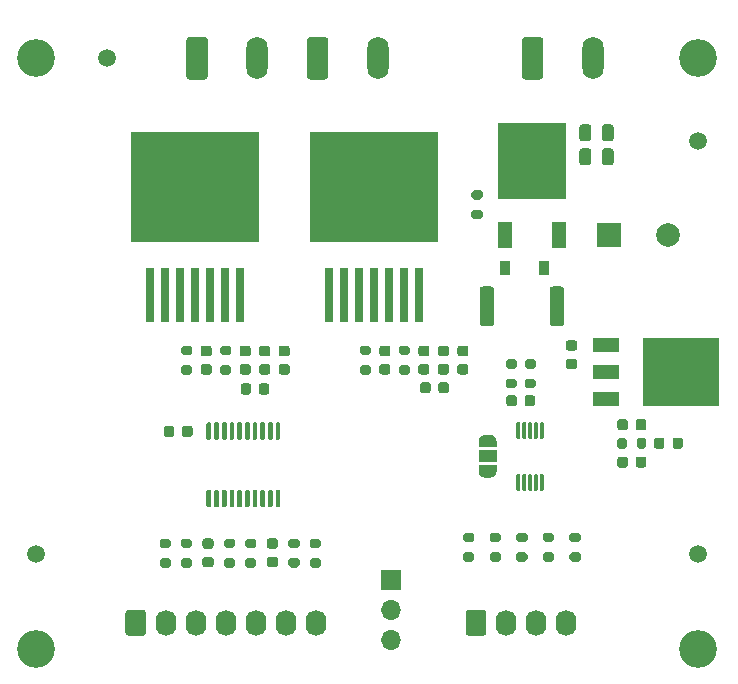
<source format=gbr>
%TF.GenerationSoftware,KiCad,Pcbnew,5.1.8-db9833491~87~ubuntu20.04.1*%
%TF.CreationDate,2020-11-15T00:24:13-03:00*%
%TF.ProjectId,dc_motor,64635f6d-6f74-46f7-922e-6b696361645f,Rev: 1.0*%
%TF.SameCoordinates,PX2dc6c00PY6cb8080*%
%TF.FileFunction,Soldermask,Top*%
%TF.FilePolarity,Negative*%
%FSLAX46Y46*%
G04 Gerber Fmt 4.6, Leading zero omitted, Abs format (unit mm)*
G04 Created by KiCad (PCBNEW 5.1.8-db9833491~87~ubuntu20.04.1) date 2020-11-15 00:24:13*
%MOMM*%
%LPD*%
G01*
G04 APERTURE LIST*
%ADD10O,1.800000X3.600000*%
%ADD11O,1.740000X2.190000*%
%ADD12R,0.800000X4.600000*%
%ADD13R,10.800000X9.400000*%
%ADD14R,2.200000X1.200000*%
%ADD15R,6.400000X5.800000*%
%ADD16R,1.200000X2.200000*%
%ADD17R,5.800000X6.400000*%
%ADD18O,1.700000X1.700000*%
%ADD19R,1.700000X1.700000*%
%ADD20R,1.500000X1.000000*%
%ADD21C,0.100000*%
%ADD22C,3.200000*%
%ADD23C,1.500000*%
%ADD24R,0.900000X1.200000*%
%ADD25C,2.000000*%
%ADD26R,2.000000X2.000000*%
G04 APERTURE END LIST*
D10*
%TO.C,J5*%
X38880000Y56000000D03*
G36*
G01*
X32900000Y54450000D02*
X32900000Y57550000D01*
G75*
G02*
X33150000Y57800000I250000J0D01*
G01*
X34450000Y57800000D01*
G75*
G02*
X34700000Y57550000I0J-250000D01*
G01*
X34700000Y54450000D01*
G75*
G02*
X34450000Y54200000I-250000J0D01*
G01*
X33150000Y54200000D01*
G75*
G02*
X32900000Y54450000I0J250000D01*
G01*
G37*
%TD*%
%TO.C,J2*%
X28680000Y56000000D03*
G36*
G01*
X22700000Y54450000D02*
X22700000Y57550000D01*
G75*
G02*
X22950000Y57800000I250000J0D01*
G01*
X24250000Y57800000D01*
G75*
G02*
X24500000Y57550000I0J-250000D01*
G01*
X24500000Y54450000D01*
G75*
G02*
X24250000Y54200000I-250000J0D01*
G01*
X22950000Y54200000D01*
G75*
G02*
X22700000Y54450000I0J250000D01*
G01*
G37*
%TD*%
%TO.C,J1*%
X57080000Y56000000D03*
G36*
G01*
X51100000Y54450000D02*
X51100000Y57550000D01*
G75*
G02*
X51350000Y57800000I250000J0D01*
G01*
X52650000Y57800000D01*
G75*
G02*
X52900000Y57550000I0J-250000D01*
G01*
X52900000Y54450000D01*
G75*
G02*
X52650000Y54200000I-250000J0D01*
G01*
X51350000Y54200000D01*
G75*
G02*
X51100000Y54450000I0J250000D01*
G01*
G37*
%TD*%
D11*
%TO.C,J3*%
X54829000Y8200000D03*
X52289000Y8200000D03*
X49749000Y8200000D03*
G36*
G01*
X46339000Y7354999D02*
X46339000Y9045001D01*
G75*
G02*
X46588999Y9295000I249999J0D01*
G01*
X47829001Y9295000D01*
G75*
G02*
X48079000Y9045001I0J-249999D01*
G01*
X48079000Y7354999D01*
G75*
G02*
X47829001Y7105000I-249999J0D01*
G01*
X46588999Y7105000D01*
G75*
G02*
X46339000Y7354999I0J249999D01*
G01*
G37*
%TD*%
D12*
%TO.C,Q2*%
X19590000Y35925000D03*
X20860000Y35925000D03*
X22130000Y35925000D03*
X23400000Y35925000D03*
X24670000Y35925000D03*
X25940000Y35925000D03*
X27210000Y35925000D03*
D13*
X23400000Y45075000D03*
%TD*%
%TO.C,R19*%
G36*
G01*
X22445000Y30007000D02*
X22995000Y30007000D01*
G75*
G02*
X23195000Y29807000I0J-200000D01*
G01*
X23195000Y29407000D01*
G75*
G02*
X22995000Y29207000I-200000J0D01*
G01*
X22445000Y29207000D01*
G75*
G02*
X22245000Y29407000I0J200000D01*
G01*
X22245000Y29807000D01*
G75*
G02*
X22445000Y30007000I200000J0D01*
G01*
G37*
G36*
G01*
X22445000Y31657000D02*
X22995000Y31657000D01*
G75*
G02*
X23195000Y31457000I0J-200000D01*
G01*
X23195000Y31057000D01*
G75*
G02*
X22995000Y30857000I-200000J0D01*
G01*
X22445000Y30857000D01*
G75*
G02*
X22245000Y31057000I0J200000D01*
G01*
X22245000Y31457000D01*
G75*
G02*
X22445000Y31657000I200000J0D01*
G01*
G37*
%TD*%
%TO.C,R11*%
G36*
G01*
X28420712Y14525000D02*
X27870712Y14525000D01*
G75*
G02*
X27670712Y14725000I0J200000D01*
G01*
X27670712Y15125000D01*
G75*
G02*
X27870712Y15325000I200000J0D01*
G01*
X28420712Y15325000D01*
G75*
G02*
X28620712Y15125000I0J-200000D01*
G01*
X28620712Y14725000D01*
G75*
G02*
X28420712Y14525000I-200000J0D01*
G01*
G37*
G36*
G01*
X28420712Y12875000D02*
X27870712Y12875000D01*
G75*
G02*
X27670712Y13075000I0J200000D01*
G01*
X27670712Y13475000D01*
G75*
G02*
X27870712Y13675000I200000J0D01*
G01*
X28420712Y13675000D01*
G75*
G02*
X28620712Y13475000I0J-200000D01*
G01*
X28620712Y13075000D01*
G75*
G02*
X28420712Y12875000I-200000J0D01*
G01*
G37*
%TD*%
D14*
%TO.C,U1*%
X58234000Y31698000D03*
X58234000Y29418000D03*
X58234000Y27138000D03*
D15*
X64534000Y29418000D03*
%TD*%
%TO.C,R4*%
G36*
G01*
X59975000Y23675000D02*
X59975000Y23125000D01*
G75*
G02*
X59775000Y22925000I-200000J0D01*
G01*
X59375000Y22925000D01*
G75*
G02*
X59175000Y23125000I0J200000D01*
G01*
X59175000Y23675000D01*
G75*
G02*
X59375000Y23875000I200000J0D01*
G01*
X59775000Y23875000D01*
G75*
G02*
X59975000Y23675000I0J-200000D01*
G01*
G37*
G36*
G01*
X61625000Y23675000D02*
X61625000Y23125000D01*
G75*
G02*
X61425000Y22925000I-200000J0D01*
G01*
X61025000Y22925000D01*
G75*
G02*
X60825000Y23125000I0J200000D01*
G01*
X60825000Y23675000D01*
G75*
G02*
X61025000Y23875000I200000J0D01*
G01*
X61425000Y23875000D01*
G75*
G02*
X61625000Y23675000I0J-200000D01*
G01*
G37*
%TD*%
%TO.C,D2*%
G36*
G01*
X63150000Y23656250D02*
X63150000Y23143750D01*
G75*
G02*
X62931250Y22925000I-218750J0D01*
G01*
X62493750Y22925000D01*
G75*
G02*
X62275000Y23143750I0J218750D01*
G01*
X62275000Y23656250D01*
G75*
G02*
X62493750Y23875000I218750J0D01*
G01*
X62931250Y23875000D01*
G75*
G02*
X63150000Y23656250I0J-218750D01*
G01*
G37*
G36*
G01*
X64725000Y23656250D02*
X64725000Y23143750D01*
G75*
G02*
X64506250Y22925000I-218750J0D01*
G01*
X64068750Y22925000D01*
G75*
G02*
X63850000Y23143750I0J218750D01*
G01*
X63850000Y23656250D01*
G75*
G02*
X64068750Y23875000I218750J0D01*
G01*
X64506250Y23875000D01*
G75*
G02*
X64725000Y23656250I0J-218750D01*
G01*
G37*
%TD*%
%TO.C,C6*%
G36*
G01*
X60730000Y24723000D02*
X60730000Y25223000D01*
G75*
G02*
X60955000Y25448000I225000J0D01*
G01*
X61405000Y25448000D01*
G75*
G02*
X61630000Y25223000I0J-225000D01*
G01*
X61630000Y24723000D01*
G75*
G02*
X61405000Y24498000I-225000J0D01*
G01*
X60955000Y24498000D01*
G75*
G02*
X60730000Y24723000I0J225000D01*
G01*
G37*
G36*
G01*
X59180000Y24723000D02*
X59180000Y25223000D01*
G75*
G02*
X59405000Y25448000I225000J0D01*
G01*
X59855000Y25448000D01*
G75*
G02*
X60080000Y25223000I0J-225000D01*
G01*
X60080000Y24723000D01*
G75*
G02*
X59855000Y24498000I-225000J0D01*
G01*
X59405000Y24498000D01*
G75*
G02*
X59180000Y24723000I0J225000D01*
G01*
G37*
%TD*%
%TO.C,C3*%
G36*
G01*
X55050000Y30575000D02*
X55550000Y30575000D01*
G75*
G02*
X55775000Y30350000I0J-225000D01*
G01*
X55775000Y29900000D01*
G75*
G02*
X55550000Y29675000I-225000J0D01*
G01*
X55050000Y29675000D01*
G75*
G02*
X54825000Y29900000I0J225000D01*
G01*
X54825000Y30350000D01*
G75*
G02*
X55050000Y30575000I225000J0D01*
G01*
G37*
G36*
G01*
X55050000Y32125000D02*
X55550000Y32125000D01*
G75*
G02*
X55775000Y31900000I0J-225000D01*
G01*
X55775000Y31450000D01*
G75*
G02*
X55550000Y31225000I-225000J0D01*
G01*
X55050000Y31225000D01*
G75*
G02*
X54825000Y31450000I0J225000D01*
G01*
X54825000Y31900000D01*
G75*
G02*
X55050000Y32125000I225000J0D01*
G01*
G37*
%TD*%
%TO.C,U3*%
G36*
G01*
X24693000Y23698000D02*
X24493000Y23698000D01*
G75*
G02*
X24393000Y23798000I0J100000D01*
G01*
X24393000Y25073000D01*
G75*
G02*
X24493000Y25173000I100000J0D01*
G01*
X24693000Y25173000D01*
G75*
G02*
X24793000Y25073000I0J-100000D01*
G01*
X24793000Y23798000D01*
G75*
G02*
X24693000Y23698000I-100000J0D01*
G01*
G37*
G36*
G01*
X25343000Y23698000D02*
X25143000Y23698000D01*
G75*
G02*
X25043000Y23798000I0J100000D01*
G01*
X25043000Y25073000D01*
G75*
G02*
X25143000Y25173000I100000J0D01*
G01*
X25343000Y25173000D01*
G75*
G02*
X25443000Y25073000I0J-100000D01*
G01*
X25443000Y23798000D01*
G75*
G02*
X25343000Y23698000I-100000J0D01*
G01*
G37*
G36*
G01*
X25993000Y23698000D02*
X25793000Y23698000D01*
G75*
G02*
X25693000Y23798000I0J100000D01*
G01*
X25693000Y25073000D01*
G75*
G02*
X25793000Y25173000I100000J0D01*
G01*
X25993000Y25173000D01*
G75*
G02*
X26093000Y25073000I0J-100000D01*
G01*
X26093000Y23798000D01*
G75*
G02*
X25993000Y23698000I-100000J0D01*
G01*
G37*
G36*
G01*
X26643000Y23698000D02*
X26443000Y23698000D01*
G75*
G02*
X26343000Y23798000I0J100000D01*
G01*
X26343000Y25073000D01*
G75*
G02*
X26443000Y25173000I100000J0D01*
G01*
X26643000Y25173000D01*
G75*
G02*
X26743000Y25073000I0J-100000D01*
G01*
X26743000Y23798000D01*
G75*
G02*
X26643000Y23698000I-100000J0D01*
G01*
G37*
G36*
G01*
X27293000Y23698000D02*
X27093000Y23698000D01*
G75*
G02*
X26993000Y23798000I0J100000D01*
G01*
X26993000Y25073000D01*
G75*
G02*
X27093000Y25173000I100000J0D01*
G01*
X27293000Y25173000D01*
G75*
G02*
X27393000Y25073000I0J-100000D01*
G01*
X27393000Y23798000D01*
G75*
G02*
X27293000Y23698000I-100000J0D01*
G01*
G37*
G36*
G01*
X27943000Y23698000D02*
X27743000Y23698000D01*
G75*
G02*
X27643000Y23798000I0J100000D01*
G01*
X27643000Y25073000D01*
G75*
G02*
X27743000Y25173000I100000J0D01*
G01*
X27943000Y25173000D01*
G75*
G02*
X28043000Y25073000I0J-100000D01*
G01*
X28043000Y23798000D01*
G75*
G02*
X27943000Y23698000I-100000J0D01*
G01*
G37*
G36*
G01*
X28593000Y23698000D02*
X28393000Y23698000D01*
G75*
G02*
X28293000Y23798000I0J100000D01*
G01*
X28293000Y25073000D01*
G75*
G02*
X28393000Y25173000I100000J0D01*
G01*
X28593000Y25173000D01*
G75*
G02*
X28693000Y25073000I0J-100000D01*
G01*
X28693000Y23798000D01*
G75*
G02*
X28593000Y23698000I-100000J0D01*
G01*
G37*
G36*
G01*
X29243000Y23698000D02*
X29043000Y23698000D01*
G75*
G02*
X28943000Y23798000I0J100000D01*
G01*
X28943000Y25073000D01*
G75*
G02*
X29043000Y25173000I100000J0D01*
G01*
X29243000Y25173000D01*
G75*
G02*
X29343000Y25073000I0J-100000D01*
G01*
X29343000Y23798000D01*
G75*
G02*
X29243000Y23698000I-100000J0D01*
G01*
G37*
G36*
G01*
X29893000Y23698000D02*
X29693000Y23698000D01*
G75*
G02*
X29593000Y23798000I0J100000D01*
G01*
X29593000Y25073000D01*
G75*
G02*
X29693000Y25173000I100000J0D01*
G01*
X29893000Y25173000D01*
G75*
G02*
X29993000Y25073000I0J-100000D01*
G01*
X29993000Y23798000D01*
G75*
G02*
X29893000Y23698000I-100000J0D01*
G01*
G37*
G36*
G01*
X30543000Y23698000D02*
X30343000Y23698000D01*
G75*
G02*
X30243000Y23798000I0J100000D01*
G01*
X30243000Y25073000D01*
G75*
G02*
X30343000Y25173000I100000J0D01*
G01*
X30543000Y25173000D01*
G75*
G02*
X30643000Y25073000I0J-100000D01*
G01*
X30643000Y23798000D01*
G75*
G02*
X30543000Y23698000I-100000J0D01*
G01*
G37*
G36*
G01*
X30543000Y17973000D02*
X30343000Y17973000D01*
G75*
G02*
X30243000Y18073000I0J100000D01*
G01*
X30243000Y19348000D01*
G75*
G02*
X30343000Y19448000I100000J0D01*
G01*
X30543000Y19448000D01*
G75*
G02*
X30643000Y19348000I0J-100000D01*
G01*
X30643000Y18073000D01*
G75*
G02*
X30543000Y17973000I-100000J0D01*
G01*
G37*
G36*
G01*
X29893000Y17973000D02*
X29693000Y17973000D01*
G75*
G02*
X29593000Y18073000I0J100000D01*
G01*
X29593000Y19348000D01*
G75*
G02*
X29693000Y19448000I100000J0D01*
G01*
X29893000Y19448000D01*
G75*
G02*
X29993000Y19348000I0J-100000D01*
G01*
X29993000Y18073000D01*
G75*
G02*
X29893000Y17973000I-100000J0D01*
G01*
G37*
G36*
G01*
X29243000Y17973000D02*
X29043000Y17973000D01*
G75*
G02*
X28943000Y18073000I0J100000D01*
G01*
X28943000Y19348000D01*
G75*
G02*
X29043000Y19448000I100000J0D01*
G01*
X29243000Y19448000D01*
G75*
G02*
X29343000Y19348000I0J-100000D01*
G01*
X29343000Y18073000D01*
G75*
G02*
X29243000Y17973000I-100000J0D01*
G01*
G37*
G36*
G01*
X28593000Y17973000D02*
X28393000Y17973000D01*
G75*
G02*
X28293000Y18073000I0J100000D01*
G01*
X28293000Y19348000D01*
G75*
G02*
X28393000Y19448000I100000J0D01*
G01*
X28593000Y19448000D01*
G75*
G02*
X28693000Y19348000I0J-100000D01*
G01*
X28693000Y18073000D01*
G75*
G02*
X28593000Y17973000I-100000J0D01*
G01*
G37*
G36*
G01*
X27943000Y17973000D02*
X27743000Y17973000D01*
G75*
G02*
X27643000Y18073000I0J100000D01*
G01*
X27643000Y19348000D01*
G75*
G02*
X27743000Y19448000I100000J0D01*
G01*
X27943000Y19448000D01*
G75*
G02*
X28043000Y19348000I0J-100000D01*
G01*
X28043000Y18073000D01*
G75*
G02*
X27943000Y17973000I-100000J0D01*
G01*
G37*
G36*
G01*
X27293000Y17973000D02*
X27093000Y17973000D01*
G75*
G02*
X26993000Y18073000I0J100000D01*
G01*
X26993000Y19348000D01*
G75*
G02*
X27093000Y19448000I100000J0D01*
G01*
X27293000Y19448000D01*
G75*
G02*
X27393000Y19348000I0J-100000D01*
G01*
X27393000Y18073000D01*
G75*
G02*
X27293000Y17973000I-100000J0D01*
G01*
G37*
G36*
G01*
X26643000Y17973000D02*
X26443000Y17973000D01*
G75*
G02*
X26343000Y18073000I0J100000D01*
G01*
X26343000Y19348000D01*
G75*
G02*
X26443000Y19448000I100000J0D01*
G01*
X26643000Y19448000D01*
G75*
G02*
X26743000Y19348000I0J-100000D01*
G01*
X26743000Y18073000D01*
G75*
G02*
X26643000Y17973000I-100000J0D01*
G01*
G37*
G36*
G01*
X25993000Y17973000D02*
X25793000Y17973000D01*
G75*
G02*
X25693000Y18073000I0J100000D01*
G01*
X25693000Y19348000D01*
G75*
G02*
X25793000Y19448000I100000J0D01*
G01*
X25993000Y19448000D01*
G75*
G02*
X26093000Y19348000I0J-100000D01*
G01*
X26093000Y18073000D01*
G75*
G02*
X25993000Y17973000I-100000J0D01*
G01*
G37*
G36*
G01*
X25343000Y17973000D02*
X25143000Y17973000D01*
G75*
G02*
X25043000Y18073000I0J100000D01*
G01*
X25043000Y19348000D01*
G75*
G02*
X25143000Y19448000I100000J0D01*
G01*
X25343000Y19448000D01*
G75*
G02*
X25443000Y19348000I0J-100000D01*
G01*
X25443000Y18073000D01*
G75*
G02*
X25343000Y17973000I-100000J0D01*
G01*
G37*
G36*
G01*
X24693000Y17973000D02*
X24493000Y17973000D01*
G75*
G02*
X24393000Y18073000I0J100000D01*
G01*
X24393000Y19348000D01*
G75*
G02*
X24493000Y19448000I100000J0D01*
G01*
X24693000Y19448000D01*
G75*
G02*
X24793000Y19348000I0J-100000D01*
G01*
X24793000Y18073000D01*
G75*
G02*
X24693000Y17973000I-100000J0D01*
G01*
G37*
%TD*%
%TO.C,U2*%
G36*
G01*
X50864000Y23750000D02*
X50714000Y23750000D01*
G75*
G02*
X50639000Y23825000I0J75000D01*
G01*
X50639000Y25125000D01*
G75*
G02*
X50714000Y25200000I75000J0D01*
G01*
X50864000Y25200000D01*
G75*
G02*
X50939000Y25125000I0J-75000D01*
G01*
X50939000Y23825000D01*
G75*
G02*
X50864000Y23750000I-75000J0D01*
G01*
G37*
G36*
G01*
X51364000Y23750000D02*
X51214000Y23750000D01*
G75*
G02*
X51139000Y23825000I0J75000D01*
G01*
X51139000Y25125000D01*
G75*
G02*
X51214000Y25200000I75000J0D01*
G01*
X51364000Y25200000D01*
G75*
G02*
X51439000Y25125000I0J-75000D01*
G01*
X51439000Y23825000D01*
G75*
G02*
X51364000Y23750000I-75000J0D01*
G01*
G37*
G36*
G01*
X51864000Y23750000D02*
X51714000Y23750000D01*
G75*
G02*
X51639000Y23825000I0J75000D01*
G01*
X51639000Y25125000D01*
G75*
G02*
X51714000Y25200000I75000J0D01*
G01*
X51864000Y25200000D01*
G75*
G02*
X51939000Y25125000I0J-75000D01*
G01*
X51939000Y23825000D01*
G75*
G02*
X51864000Y23750000I-75000J0D01*
G01*
G37*
G36*
G01*
X52364000Y23750000D02*
X52214000Y23750000D01*
G75*
G02*
X52139000Y23825000I0J75000D01*
G01*
X52139000Y25125000D01*
G75*
G02*
X52214000Y25200000I75000J0D01*
G01*
X52364000Y25200000D01*
G75*
G02*
X52439000Y25125000I0J-75000D01*
G01*
X52439000Y23825000D01*
G75*
G02*
X52364000Y23750000I-75000J0D01*
G01*
G37*
G36*
G01*
X52864000Y23750000D02*
X52714000Y23750000D01*
G75*
G02*
X52639000Y23825000I0J75000D01*
G01*
X52639000Y25125000D01*
G75*
G02*
X52714000Y25200000I75000J0D01*
G01*
X52864000Y25200000D01*
G75*
G02*
X52939000Y25125000I0J-75000D01*
G01*
X52939000Y23825000D01*
G75*
G02*
X52864000Y23750000I-75000J0D01*
G01*
G37*
G36*
G01*
X52864000Y19350000D02*
X52714000Y19350000D01*
G75*
G02*
X52639000Y19425000I0J75000D01*
G01*
X52639000Y20725000D01*
G75*
G02*
X52714000Y20800000I75000J0D01*
G01*
X52864000Y20800000D01*
G75*
G02*
X52939000Y20725000I0J-75000D01*
G01*
X52939000Y19425000D01*
G75*
G02*
X52864000Y19350000I-75000J0D01*
G01*
G37*
G36*
G01*
X52364000Y19350000D02*
X52214000Y19350000D01*
G75*
G02*
X52139000Y19425000I0J75000D01*
G01*
X52139000Y20725000D01*
G75*
G02*
X52214000Y20800000I75000J0D01*
G01*
X52364000Y20800000D01*
G75*
G02*
X52439000Y20725000I0J-75000D01*
G01*
X52439000Y19425000D01*
G75*
G02*
X52364000Y19350000I-75000J0D01*
G01*
G37*
G36*
G01*
X51864000Y19350000D02*
X51714000Y19350000D01*
G75*
G02*
X51639000Y19425000I0J75000D01*
G01*
X51639000Y20725000D01*
G75*
G02*
X51714000Y20800000I75000J0D01*
G01*
X51864000Y20800000D01*
G75*
G02*
X51939000Y20725000I0J-75000D01*
G01*
X51939000Y19425000D01*
G75*
G02*
X51864000Y19350000I-75000J0D01*
G01*
G37*
G36*
G01*
X51364000Y19350000D02*
X51214000Y19350000D01*
G75*
G02*
X51139000Y19425000I0J75000D01*
G01*
X51139000Y20725000D01*
G75*
G02*
X51214000Y20800000I75000J0D01*
G01*
X51364000Y20800000D01*
G75*
G02*
X51439000Y20725000I0J-75000D01*
G01*
X51439000Y19425000D01*
G75*
G02*
X51364000Y19350000I-75000J0D01*
G01*
G37*
G36*
G01*
X50864000Y19350000D02*
X50714000Y19350000D01*
G75*
G02*
X50639000Y19425000I0J75000D01*
G01*
X50639000Y20725000D01*
G75*
G02*
X50714000Y20800000I75000J0D01*
G01*
X50864000Y20800000D01*
G75*
G02*
X50939000Y20725000I0J-75000D01*
G01*
X50939000Y19425000D01*
G75*
G02*
X50864000Y19350000I-75000J0D01*
G01*
G37*
%TD*%
%TO.C,R20*%
G36*
G01*
X37572000Y30015000D02*
X38122000Y30015000D01*
G75*
G02*
X38322000Y29815000I0J-200000D01*
G01*
X38322000Y29415000D01*
G75*
G02*
X38122000Y29215000I-200000J0D01*
G01*
X37572000Y29215000D01*
G75*
G02*
X37372000Y29415000I0J200000D01*
G01*
X37372000Y29815000D01*
G75*
G02*
X37572000Y30015000I200000J0D01*
G01*
G37*
G36*
G01*
X37572000Y31665000D02*
X38122000Y31665000D01*
G75*
G02*
X38322000Y31465000I0J-200000D01*
G01*
X38322000Y31065000D01*
G75*
G02*
X38122000Y30865000I-200000J0D01*
G01*
X37572000Y30865000D01*
G75*
G02*
X37372000Y31065000I0J200000D01*
G01*
X37372000Y31465000D01*
G75*
G02*
X37572000Y31665000I200000J0D01*
G01*
G37*
%TD*%
%TO.C,R18*%
G36*
G01*
X40874000Y30015000D02*
X41424000Y30015000D01*
G75*
G02*
X41624000Y29815000I0J-200000D01*
G01*
X41624000Y29415000D01*
G75*
G02*
X41424000Y29215000I-200000J0D01*
G01*
X40874000Y29215000D01*
G75*
G02*
X40674000Y29415000I0J200000D01*
G01*
X40674000Y29815000D01*
G75*
G02*
X40874000Y30015000I200000J0D01*
G01*
G37*
G36*
G01*
X40874000Y31665000D02*
X41424000Y31665000D01*
G75*
G02*
X41624000Y31465000I0J-200000D01*
G01*
X41624000Y31065000D01*
G75*
G02*
X41424000Y30865000I-200000J0D01*
G01*
X40874000Y30865000D01*
G75*
G02*
X40674000Y31065000I0J200000D01*
G01*
X40674000Y31465000D01*
G75*
G02*
X40874000Y31665000I200000J0D01*
G01*
G37*
%TD*%
%TO.C,R17*%
G36*
G01*
X25747000Y30007000D02*
X26297000Y30007000D01*
G75*
G02*
X26497000Y29807000I0J-200000D01*
G01*
X26497000Y29407000D01*
G75*
G02*
X26297000Y29207000I-200000J0D01*
G01*
X25747000Y29207000D01*
G75*
G02*
X25547000Y29407000I0J200000D01*
G01*
X25547000Y29807000D01*
G75*
G02*
X25747000Y30007000I200000J0D01*
G01*
G37*
G36*
G01*
X25747000Y31657000D02*
X26297000Y31657000D01*
G75*
G02*
X26497000Y31457000I0J-200000D01*
G01*
X26497000Y31057000D01*
G75*
G02*
X26297000Y30857000I-200000J0D01*
G01*
X25747000Y30857000D01*
G75*
G02*
X25547000Y31057000I0J200000D01*
G01*
X25547000Y31457000D01*
G75*
G02*
X25747000Y31657000I200000J0D01*
G01*
G37*
%TD*%
%TO.C,R16*%
G36*
G01*
X20625000Y13675000D02*
X21175000Y13675000D01*
G75*
G02*
X21375000Y13475000I0J-200000D01*
G01*
X21375000Y13075000D01*
G75*
G02*
X21175000Y12875000I-200000J0D01*
G01*
X20625000Y12875000D01*
G75*
G02*
X20425000Y13075000I0J200000D01*
G01*
X20425000Y13475000D01*
G75*
G02*
X20625000Y13675000I200000J0D01*
G01*
G37*
G36*
G01*
X20625000Y15325000D02*
X21175000Y15325000D01*
G75*
G02*
X21375000Y15125000I0J-200000D01*
G01*
X21375000Y14725000D01*
G75*
G02*
X21175000Y14525000I-200000J0D01*
G01*
X20625000Y14525000D01*
G75*
G02*
X20425000Y14725000I0J200000D01*
G01*
X20425000Y15125000D01*
G75*
G02*
X20625000Y15325000I200000J0D01*
G01*
G37*
%TD*%
%TO.C,R15*%
G36*
G01*
X26079284Y13675000D02*
X26629284Y13675000D01*
G75*
G02*
X26829284Y13475000I0J-200000D01*
G01*
X26829284Y13075000D01*
G75*
G02*
X26629284Y12875000I-200000J0D01*
G01*
X26079284Y12875000D01*
G75*
G02*
X25879284Y13075000I0J200000D01*
G01*
X25879284Y13475000D01*
G75*
G02*
X26079284Y13675000I200000J0D01*
G01*
G37*
G36*
G01*
X26079284Y15325000D02*
X26629284Y15325000D01*
G75*
G02*
X26829284Y15125000I0J-200000D01*
G01*
X26829284Y14725000D01*
G75*
G02*
X26629284Y14525000I-200000J0D01*
G01*
X26079284Y14525000D01*
G75*
G02*
X25879284Y14725000I0J200000D01*
G01*
X25879284Y15125000D01*
G75*
G02*
X26079284Y15325000I200000J0D01*
G01*
G37*
%TD*%
%TO.C,R14*%
G36*
G01*
X31533568Y13675000D02*
X32083568Y13675000D01*
G75*
G02*
X32283568Y13475000I0J-200000D01*
G01*
X32283568Y13075000D01*
G75*
G02*
X32083568Y12875000I-200000J0D01*
G01*
X31533568Y12875000D01*
G75*
G02*
X31333568Y13075000I0J200000D01*
G01*
X31333568Y13475000D01*
G75*
G02*
X31533568Y13675000I200000J0D01*
G01*
G37*
G36*
G01*
X31533568Y15325000D02*
X32083568Y15325000D01*
G75*
G02*
X32283568Y15125000I0J-200000D01*
G01*
X32283568Y14725000D01*
G75*
G02*
X32083568Y14525000I-200000J0D01*
G01*
X31533568Y14525000D01*
G75*
G02*
X31333568Y14725000I0J200000D01*
G01*
X31333568Y15125000D01*
G75*
G02*
X31533568Y15325000I200000J0D01*
G01*
G37*
%TD*%
%TO.C,R13*%
G36*
G01*
X33325000Y13675000D02*
X33875000Y13675000D01*
G75*
G02*
X34075000Y13475000I0J-200000D01*
G01*
X34075000Y13075000D01*
G75*
G02*
X33875000Y12875000I-200000J0D01*
G01*
X33325000Y12875000D01*
G75*
G02*
X33125000Y13075000I0J200000D01*
G01*
X33125000Y13475000D01*
G75*
G02*
X33325000Y13675000I200000J0D01*
G01*
G37*
G36*
G01*
X33325000Y15325000D02*
X33875000Y15325000D01*
G75*
G02*
X34075000Y15125000I0J-200000D01*
G01*
X34075000Y14725000D01*
G75*
G02*
X33875000Y14525000I-200000J0D01*
G01*
X33325000Y14525000D01*
G75*
G02*
X33125000Y14725000I0J200000D01*
G01*
X33125000Y15125000D01*
G75*
G02*
X33325000Y15325000I200000J0D01*
G01*
G37*
%TD*%
%TO.C,R12*%
G36*
G01*
X22966428Y14525000D02*
X22416428Y14525000D01*
G75*
G02*
X22216428Y14725000I0J200000D01*
G01*
X22216428Y15125000D01*
G75*
G02*
X22416428Y15325000I200000J0D01*
G01*
X22966428Y15325000D01*
G75*
G02*
X23166428Y15125000I0J-200000D01*
G01*
X23166428Y14725000D01*
G75*
G02*
X22966428Y14525000I-200000J0D01*
G01*
G37*
G36*
G01*
X22966428Y12875000D02*
X22416428Y12875000D01*
G75*
G02*
X22216428Y13075000I0J200000D01*
G01*
X22216428Y13475000D01*
G75*
G02*
X22416428Y13675000I200000J0D01*
G01*
X22966428Y13675000D01*
G75*
G02*
X23166428Y13475000I0J-200000D01*
G01*
X23166428Y13075000D01*
G75*
G02*
X22966428Y12875000I-200000J0D01*
G01*
G37*
%TD*%
%TO.C,R10*%
G36*
G01*
X46325000Y14175000D02*
X46875000Y14175000D01*
G75*
G02*
X47075000Y13975000I0J-200000D01*
G01*
X47075000Y13575000D01*
G75*
G02*
X46875000Y13375000I-200000J0D01*
G01*
X46325000Y13375000D01*
G75*
G02*
X46125000Y13575000I0J200000D01*
G01*
X46125000Y13975000D01*
G75*
G02*
X46325000Y14175000I200000J0D01*
G01*
G37*
G36*
G01*
X46325000Y15825000D02*
X46875000Y15825000D01*
G75*
G02*
X47075000Y15625000I0J-200000D01*
G01*
X47075000Y15225000D01*
G75*
G02*
X46875000Y15025000I-200000J0D01*
G01*
X46325000Y15025000D01*
G75*
G02*
X46125000Y15225000I0J200000D01*
G01*
X46125000Y15625000D01*
G75*
G02*
X46325000Y15825000I200000J0D01*
G01*
G37*
%TD*%
%TO.C,R9*%
G36*
G01*
X48575000Y14175000D02*
X49125000Y14175000D01*
G75*
G02*
X49325000Y13975000I0J-200000D01*
G01*
X49325000Y13575000D01*
G75*
G02*
X49125000Y13375000I-200000J0D01*
G01*
X48575000Y13375000D01*
G75*
G02*
X48375000Y13575000I0J200000D01*
G01*
X48375000Y13975000D01*
G75*
G02*
X48575000Y14175000I200000J0D01*
G01*
G37*
G36*
G01*
X48575000Y15825000D02*
X49125000Y15825000D01*
G75*
G02*
X49325000Y15625000I0J-200000D01*
G01*
X49325000Y15225000D01*
G75*
G02*
X49125000Y15025000I-200000J0D01*
G01*
X48575000Y15025000D01*
G75*
G02*
X48375000Y15225000I0J200000D01*
G01*
X48375000Y15625000D01*
G75*
G02*
X48575000Y15825000I200000J0D01*
G01*
G37*
%TD*%
%TO.C,R8*%
G36*
G01*
X52075000Y29725000D02*
X51525000Y29725000D01*
G75*
G02*
X51325000Y29925000I0J200000D01*
G01*
X51325000Y30325000D01*
G75*
G02*
X51525000Y30525000I200000J0D01*
G01*
X52075000Y30525000D01*
G75*
G02*
X52275000Y30325000I0J-200000D01*
G01*
X52275000Y29925000D01*
G75*
G02*
X52075000Y29725000I-200000J0D01*
G01*
G37*
G36*
G01*
X52075000Y28075000D02*
X51525000Y28075000D01*
G75*
G02*
X51325000Y28275000I0J200000D01*
G01*
X51325000Y28675000D01*
G75*
G02*
X51525000Y28875000I200000J0D01*
G01*
X52075000Y28875000D01*
G75*
G02*
X52275000Y28675000I0J-200000D01*
G01*
X52275000Y28275000D01*
G75*
G02*
X52075000Y28075000I-200000J0D01*
G01*
G37*
%TD*%
%TO.C,R7*%
G36*
G01*
X47575000Y44025000D02*
X47025000Y44025000D01*
G75*
G02*
X46825000Y44225000I0J200000D01*
G01*
X46825000Y44625000D01*
G75*
G02*
X47025000Y44825000I200000J0D01*
G01*
X47575000Y44825000D01*
G75*
G02*
X47775000Y44625000I0J-200000D01*
G01*
X47775000Y44225000D01*
G75*
G02*
X47575000Y44025000I-200000J0D01*
G01*
G37*
G36*
G01*
X47575000Y42375000D02*
X47025000Y42375000D01*
G75*
G02*
X46825000Y42575000I0J200000D01*
G01*
X46825000Y42975000D01*
G75*
G02*
X47025000Y43175000I200000J0D01*
G01*
X47575000Y43175000D01*
G75*
G02*
X47775000Y42975000I0J-200000D01*
G01*
X47775000Y42575000D01*
G75*
G02*
X47575000Y42375000I-200000J0D01*
G01*
G37*
%TD*%
%TO.C,R6*%
G36*
G01*
X53450000Y33574999D02*
X53450000Y36425001D01*
G75*
G02*
X53699999Y36675000I249999J0D01*
G01*
X54425001Y36675000D01*
G75*
G02*
X54675000Y36425001I0J-249999D01*
G01*
X54675000Y33574999D01*
G75*
G02*
X54425001Y33325000I-249999J0D01*
G01*
X53699999Y33325000D01*
G75*
G02*
X53450000Y33574999I0J249999D01*
G01*
G37*
G36*
G01*
X47525000Y33574999D02*
X47525000Y36425001D01*
G75*
G02*
X47774999Y36675000I249999J0D01*
G01*
X48500001Y36675000D01*
G75*
G02*
X48750000Y36425001I0J-249999D01*
G01*
X48750000Y33574999D01*
G75*
G02*
X48500001Y33325000I-249999J0D01*
G01*
X47774999Y33325000D01*
G75*
G02*
X47525000Y33574999I0J249999D01*
G01*
G37*
%TD*%
%TO.C,R5*%
G36*
G01*
X50475000Y29725000D02*
X49925000Y29725000D01*
G75*
G02*
X49725000Y29925000I0J200000D01*
G01*
X49725000Y30325000D01*
G75*
G02*
X49925000Y30525000I200000J0D01*
G01*
X50475000Y30525000D01*
G75*
G02*
X50675000Y30325000I0J-200000D01*
G01*
X50675000Y29925000D01*
G75*
G02*
X50475000Y29725000I-200000J0D01*
G01*
G37*
G36*
G01*
X50475000Y28075000D02*
X49925000Y28075000D01*
G75*
G02*
X49725000Y28275000I0J200000D01*
G01*
X49725000Y28675000D01*
G75*
G02*
X49925000Y28875000I200000J0D01*
G01*
X50475000Y28875000D01*
G75*
G02*
X50675000Y28675000I0J-200000D01*
G01*
X50675000Y28275000D01*
G75*
G02*
X50475000Y28075000I-200000J0D01*
G01*
G37*
%TD*%
%TO.C,R3*%
G36*
G01*
X51375000Y15025000D02*
X50825000Y15025000D01*
G75*
G02*
X50625000Y15225000I0J200000D01*
G01*
X50625000Y15625000D01*
G75*
G02*
X50825000Y15825000I200000J0D01*
G01*
X51375000Y15825000D01*
G75*
G02*
X51575000Y15625000I0J-200000D01*
G01*
X51575000Y15225000D01*
G75*
G02*
X51375000Y15025000I-200000J0D01*
G01*
G37*
G36*
G01*
X51375000Y13375000D02*
X50825000Y13375000D01*
G75*
G02*
X50625000Y13575000I0J200000D01*
G01*
X50625000Y13975000D01*
G75*
G02*
X50825000Y14175000I200000J0D01*
G01*
X51375000Y14175000D01*
G75*
G02*
X51575000Y13975000I0J-200000D01*
G01*
X51575000Y13575000D01*
G75*
G02*
X51375000Y13375000I-200000J0D01*
G01*
G37*
%TD*%
%TO.C,R2*%
G36*
G01*
X55875000Y15025000D02*
X55325000Y15025000D01*
G75*
G02*
X55125000Y15225000I0J200000D01*
G01*
X55125000Y15625000D01*
G75*
G02*
X55325000Y15825000I200000J0D01*
G01*
X55875000Y15825000D01*
G75*
G02*
X56075000Y15625000I0J-200000D01*
G01*
X56075000Y15225000D01*
G75*
G02*
X55875000Y15025000I-200000J0D01*
G01*
G37*
G36*
G01*
X55875000Y13375000D02*
X55325000Y13375000D01*
G75*
G02*
X55125000Y13575000I0J200000D01*
G01*
X55125000Y13975000D01*
G75*
G02*
X55325000Y14175000I200000J0D01*
G01*
X55875000Y14175000D01*
G75*
G02*
X56075000Y13975000I0J-200000D01*
G01*
X56075000Y13575000D01*
G75*
G02*
X55875000Y13375000I-200000J0D01*
G01*
G37*
%TD*%
%TO.C,R1*%
G36*
G01*
X53625000Y15025000D02*
X53075000Y15025000D01*
G75*
G02*
X52875000Y15225000I0J200000D01*
G01*
X52875000Y15625000D01*
G75*
G02*
X53075000Y15825000I200000J0D01*
G01*
X53625000Y15825000D01*
G75*
G02*
X53825000Y15625000I0J-200000D01*
G01*
X53825000Y15225000D01*
G75*
G02*
X53625000Y15025000I-200000J0D01*
G01*
G37*
G36*
G01*
X53625000Y13375000D02*
X53075000Y13375000D01*
G75*
G02*
X52875000Y13575000I0J200000D01*
G01*
X52875000Y13975000D01*
G75*
G02*
X53075000Y14175000I200000J0D01*
G01*
X53625000Y14175000D01*
G75*
G02*
X53825000Y13975000I0J-200000D01*
G01*
X53825000Y13575000D01*
G75*
G02*
X53625000Y13375000I-200000J0D01*
G01*
G37*
%TD*%
D12*
%TO.C,Q3*%
X34790000Y35925000D03*
X36060000Y35925000D03*
X37330000Y35925000D03*
X38600000Y35925000D03*
X39870000Y35925000D03*
X41140000Y35925000D03*
X42410000Y35925000D03*
D13*
X38600000Y45075000D03*
%TD*%
D16*
%TO.C,Q1*%
X49680000Y41042000D03*
X54240000Y41042000D03*
D17*
X51960000Y47342000D03*
%TD*%
D18*
%TO.C,JP2*%
X40000000Y6720000D03*
X40000000Y9260000D03*
D19*
X40000000Y11800000D03*
%TD*%
D20*
%TO.C,JP1*%
X48200000Y22300000D03*
D21*
G36*
X47450602Y23600000D02*
G01*
X47450602Y23624534D01*
X47455412Y23673365D01*
X47464984Y23721490D01*
X47479228Y23768445D01*
X47498005Y23813778D01*
X47521136Y23857051D01*
X47548396Y23897850D01*
X47579524Y23935779D01*
X47614221Y23970476D01*
X47652150Y24001604D01*
X47692949Y24028864D01*
X47736222Y24051995D01*
X47781555Y24070772D01*
X47828510Y24085016D01*
X47876635Y24094588D01*
X47925466Y24099398D01*
X47950000Y24099398D01*
X47950000Y24100000D01*
X48450000Y24100000D01*
X48450000Y24099398D01*
X48474534Y24099398D01*
X48523365Y24094588D01*
X48571490Y24085016D01*
X48618445Y24070772D01*
X48663778Y24051995D01*
X48707051Y24028864D01*
X48747850Y24001604D01*
X48785779Y23970476D01*
X48820476Y23935779D01*
X48851604Y23897850D01*
X48878864Y23857051D01*
X48901995Y23813778D01*
X48920772Y23768445D01*
X48935016Y23721490D01*
X48944588Y23673365D01*
X48949398Y23624534D01*
X48949398Y23600000D01*
X48950000Y23600000D01*
X48950000Y23050000D01*
X47450000Y23050000D01*
X47450000Y23600000D01*
X47450602Y23600000D01*
G37*
G36*
X48950000Y21550000D02*
G01*
X48950000Y21000000D01*
X48949398Y21000000D01*
X48949398Y20975466D01*
X48944588Y20926635D01*
X48935016Y20878510D01*
X48920772Y20831555D01*
X48901995Y20786222D01*
X48878864Y20742949D01*
X48851604Y20702150D01*
X48820476Y20664221D01*
X48785779Y20629524D01*
X48747850Y20598396D01*
X48707051Y20571136D01*
X48663778Y20548005D01*
X48618445Y20529228D01*
X48571490Y20514984D01*
X48523365Y20505412D01*
X48474534Y20500602D01*
X48450000Y20500602D01*
X48450000Y20500000D01*
X47950000Y20500000D01*
X47950000Y20500602D01*
X47925466Y20500602D01*
X47876635Y20505412D01*
X47828510Y20514984D01*
X47781555Y20529228D01*
X47736222Y20548005D01*
X47692949Y20571136D01*
X47652150Y20598396D01*
X47614221Y20629524D01*
X47579524Y20664221D01*
X47548396Y20702150D01*
X47521136Y20742949D01*
X47498005Y20786222D01*
X47479228Y20831555D01*
X47464984Y20878510D01*
X47455412Y20926635D01*
X47450602Y20975466D01*
X47450602Y21000000D01*
X47450000Y21000000D01*
X47450000Y21550000D01*
X48950000Y21550000D01*
G37*
%TD*%
D11*
%TO.C,J4*%
X33640000Y8200000D03*
X31100000Y8200000D03*
X28560000Y8200000D03*
X26020000Y8200000D03*
X23480000Y8200000D03*
X20940000Y8200000D03*
G36*
G01*
X17530000Y7354999D02*
X17530000Y9045001D01*
G75*
G02*
X17779999Y9295000I249999J0D01*
G01*
X19020001Y9295000D01*
G75*
G02*
X19270000Y9045001I0J-249999D01*
G01*
X19270000Y7354999D01*
G75*
G02*
X19020001Y7105000I-249999J0D01*
G01*
X17779999Y7105000D01*
G75*
G02*
X17530000Y7354999I0J249999D01*
G01*
G37*
%TD*%
D22*
%TO.C,H4*%
X66000000Y6000000D03*
%TD*%
%TO.C,H3*%
X66000000Y56000000D03*
%TD*%
%TO.C,H2*%
X10000000Y56000000D03*
%TD*%
%TO.C,H1*%
X10000000Y6000000D03*
%TD*%
D23*
%TO.C,FID4*%
X16000000Y56000000D03*
%TD*%
%TO.C,FID3*%
X10000000Y14000000D03*
%TD*%
%TO.C,FID2*%
X66000000Y14000000D03*
%TD*%
%TO.C,FID1*%
X66000000Y49000000D03*
%TD*%
%TO.C,D4*%
G36*
G01*
X24779106Y14470000D02*
X24266606Y14470000D01*
G75*
G02*
X24047856Y14688750I0J218750D01*
G01*
X24047856Y15126250D01*
G75*
G02*
X24266606Y15345000I218750J0D01*
G01*
X24779106Y15345000D01*
G75*
G02*
X24997856Y15126250I0J-218750D01*
G01*
X24997856Y14688750D01*
G75*
G02*
X24779106Y14470000I-218750J0D01*
G01*
G37*
G36*
G01*
X24779106Y12895000D02*
X24266606Y12895000D01*
G75*
G02*
X24047856Y13113750I0J218750D01*
G01*
X24047856Y13551250D01*
G75*
G02*
X24266606Y13770000I218750J0D01*
G01*
X24779106Y13770000D01*
G75*
G02*
X24997856Y13551250I0J-218750D01*
G01*
X24997856Y13113750D01*
G75*
G02*
X24779106Y12895000I-218750J0D01*
G01*
G37*
%TD*%
%TO.C,D3*%
G36*
G01*
X30233390Y14470000D02*
X29720890Y14470000D01*
G75*
G02*
X29502140Y14688750I0J218750D01*
G01*
X29502140Y15126250D01*
G75*
G02*
X29720890Y15345000I218750J0D01*
G01*
X30233390Y15345000D01*
G75*
G02*
X30452140Y15126250I0J-218750D01*
G01*
X30452140Y14688750D01*
G75*
G02*
X30233390Y14470000I-218750J0D01*
G01*
G37*
G36*
G01*
X30233390Y12895000D02*
X29720890Y12895000D01*
G75*
G02*
X29502140Y13113750I0J218750D01*
G01*
X29502140Y13551250D01*
G75*
G02*
X29720890Y13770000I218750J0D01*
G01*
X30233390Y13770000D01*
G75*
G02*
X30452140Y13551250I0J-218750D01*
G01*
X30452140Y13113750D01*
G75*
G02*
X30233390Y12895000I-218750J0D01*
G01*
G37*
%TD*%
D24*
%TO.C,D1*%
X49675000Y38257000D03*
X52975000Y38257000D03*
%TD*%
%TO.C,C20*%
G36*
G01*
X39248000Y30115000D02*
X39748000Y30115000D01*
G75*
G02*
X39973000Y29890000I0J-225000D01*
G01*
X39973000Y29440000D01*
G75*
G02*
X39748000Y29215000I-225000J0D01*
G01*
X39248000Y29215000D01*
G75*
G02*
X39023000Y29440000I0J225000D01*
G01*
X39023000Y29890000D01*
G75*
G02*
X39248000Y30115000I225000J0D01*
G01*
G37*
G36*
G01*
X39248000Y31665000D02*
X39748000Y31665000D01*
G75*
G02*
X39973000Y31440000I0J-225000D01*
G01*
X39973000Y30990000D01*
G75*
G02*
X39748000Y30765000I-225000J0D01*
G01*
X39248000Y30765000D01*
G75*
G02*
X39023000Y30990000I0J225000D01*
G01*
X39023000Y31440000D01*
G75*
G02*
X39248000Y31665000I225000J0D01*
G01*
G37*
%TD*%
%TO.C,C19*%
G36*
G01*
X24121000Y30107000D02*
X24621000Y30107000D01*
G75*
G02*
X24846000Y29882000I0J-225000D01*
G01*
X24846000Y29432000D01*
G75*
G02*
X24621000Y29207000I-225000J0D01*
G01*
X24121000Y29207000D01*
G75*
G02*
X23896000Y29432000I0J225000D01*
G01*
X23896000Y29882000D01*
G75*
G02*
X24121000Y30107000I225000J0D01*
G01*
G37*
G36*
G01*
X24121000Y31657000D02*
X24621000Y31657000D01*
G75*
G02*
X24846000Y31432000I0J-225000D01*
G01*
X24846000Y30982000D01*
G75*
G02*
X24621000Y30757000I-225000J0D01*
G01*
X24121000Y30757000D01*
G75*
G02*
X23896000Y30982000I0J225000D01*
G01*
X23896000Y31432000D01*
G75*
G02*
X24121000Y31657000I225000J0D01*
G01*
G37*
%TD*%
%TO.C,C18*%
G36*
G01*
X42550000Y31665000D02*
X43050000Y31665000D01*
G75*
G02*
X43275000Y31440000I0J-225000D01*
G01*
X43275000Y30990000D01*
G75*
G02*
X43050000Y30765000I-225000J0D01*
G01*
X42550000Y30765000D01*
G75*
G02*
X42325000Y30990000I0J225000D01*
G01*
X42325000Y31440000D01*
G75*
G02*
X42550000Y31665000I225000J0D01*
G01*
G37*
G36*
G01*
X42550000Y30115000D02*
X43050000Y30115000D01*
G75*
G02*
X43275000Y29890000I0J-225000D01*
G01*
X43275000Y29440000D01*
G75*
G02*
X43050000Y29215000I-225000J0D01*
G01*
X42550000Y29215000D01*
G75*
G02*
X42325000Y29440000I0J225000D01*
G01*
X42325000Y29890000D01*
G75*
G02*
X42550000Y30115000I225000J0D01*
G01*
G37*
%TD*%
%TO.C,C17*%
G36*
G01*
X45852000Y30115000D02*
X46352000Y30115000D01*
G75*
G02*
X46577000Y29890000I0J-225000D01*
G01*
X46577000Y29440000D01*
G75*
G02*
X46352000Y29215000I-225000J0D01*
G01*
X45852000Y29215000D01*
G75*
G02*
X45627000Y29440000I0J225000D01*
G01*
X45627000Y29890000D01*
G75*
G02*
X45852000Y30115000I225000J0D01*
G01*
G37*
G36*
G01*
X45852000Y31665000D02*
X46352000Y31665000D01*
G75*
G02*
X46577000Y31440000I0J-225000D01*
G01*
X46577000Y30990000D01*
G75*
G02*
X46352000Y30765000I-225000J0D01*
G01*
X45852000Y30765000D01*
G75*
G02*
X45627000Y30990000I0J225000D01*
G01*
X45627000Y31440000D01*
G75*
G02*
X45852000Y31665000I225000J0D01*
G01*
G37*
%TD*%
%TO.C,C16*%
G36*
G01*
X43375000Y28350000D02*
X43375000Y27850000D01*
G75*
G02*
X43150000Y27625000I-225000J0D01*
G01*
X42700000Y27625000D01*
G75*
G02*
X42475000Y27850000I0J225000D01*
G01*
X42475000Y28350000D01*
G75*
G02*
X42700000Y28575000I225000J0D01*
G01*
X43150000Y28575000D01*
G75*
G02*
X43375000Y28350000I0J-225000D01*
G01*
G37*
G36*
G01*
X44925000Y28350000D02*
X44925000Y27850000D01*
G75*
G02*
X44700000Y27625000I-225000J0D01*
G01*
X44250000Y27625000D01*
G75*
G02*
X44025000Y27850000I0J225000D01*
G01*
X44025000Y28350000D01*
G75*
G02*
X44250000Y28575000I225000J0D01*
G01*
X44700000Y28575000D01*
G75*
G02*
X44925000Y28350000I0J-225000D01*
G01*
G37*
%TD*%
%TO.C,C15*%
G36*
G01*
X28175000Y28250000D02*
X28175000Y27750000D01*
G75*
G02*
X27950000Y27525000I-225000J0D01*
G01*
X27500000Y27525000D01*
G75*
G02*
X27275000Y27750000I0J225000D01*
G01*
X27275000Y28250000D01*
G75*
G02*
X27500000Y28475000I225000J0D01*
G01*
X27950000Y28475000D01*
G75*
G02*
X28175000Y28250000I0J-225000D01*
G01*
G37*
G36*
G01*
X29725000Y28250000D02*
X29725000Y27750000D01*
G75*
G02*
X29500000Y27525000I-225000J0D01*
G01*
X29050000Y27525000D01*
G75*
G02*
X28825000Y27750000I0J225000D01*
G01*
X28825000Y28250000D01*
G75*
G02*
X29050000Y28475000I225000J0D01*
G01*
X29500000Y28475000D01*
G75*
G02*
X29725000Y28250000I0J-225000D01*
G01*
G37*
%TD*%
%TO.C,C14*%
G36*
G01*
X30725000Y30107000D02*
X31225000Y30107000D01*
G75*
G02*
X31450000Y29882000I0J-225000D01*
G01*
X31450000Y29432000D01*
G75*
G02*
X31225000Y29207000I-225000J0D01*
G01*
X30725000Y29207000D01*
G75*
G02*
X30500000Y29432000I0J225000D01*
G01*
X30500000Y29882000D01*
G75*
G02*
X30725000Y30107000I225000J0D01*
G01*
G37*
G36*
G01*
X30725000Y31657000D02*
X31225000Y31657000D01*
G75*
G02*
X31450000Y31432000I0J-225000D01*
G01*
X31450000Y30982000D01*
G75*
G02*
X31225000Y30757000I-225000J0D01*
G01*
X30725000Y30757000D01*
G75*
G02*
X30500000Y30982000I0J225000D01*
G01*
X30500000Y31432000D01*
G75*
G02*
X30725000Y31657000I225000J0D01*
G01*
G37*
%TD*%
%TO.C,C13*%
G36*
G01*
X27423000Y31657000D02*
X27923000Y31657000D01*
G75*
G02*
X28148000Y31432000I0J-225000D01*
G01*
X28148000Y30982000D01*
G75*
G02*
X27923000Y30757000I-225000J0D01*
G01*
X27423000Y30757000D01*
G75*
G02*
X27198000Y30982000I0J225000D01*
G01*
X27198000Y31432000D01*
G75*
G02*
X27423000Y31657000I225000J0D01*
G01*
G37*
G36*
G01*
X27423000Y30107000D02*
X27923000Y30107000D01*
G75*
G02*
X28148000Y29882000I0J-225000D01*
G01*
X28148000Y29432000D01*
G75*
G02*
X27923000Y29207000I-225000J0D01*
G01*
X27423000Y29207000D01*
G75*
G02*
X27198000Y29432000I0J225000D01*
G01*
X27198000Y29882000D01*
G75*
G02*
X27423000Y30107000I225000J0D01*
G01*
G37*
%TD*%
%TO.C,C12*%
G36*
G01*
X21675000Y24650000D02*
X21675000Y24150000D01*
G75*
G02*
X21450000Y23925000I-225000J0D01*
G01*
X21000000Y23925000D01*
G75*
G02*
X20775000Y24150000I0J225000D01*
G01*
X20775000Y24650000D01*
G75*
G02*
X21000000Y24875000I225000J0D01*
G01*
X21450000Y24875000D01*
G75*
G02*
X21675000Y24650000I0J-225000D01*
G01*
G37*
G36*
G01*
X23225000Y24650000D02*
X23225000Y24150000D01*
G75*
G02*
X23000000Y23925000I-225000J0D01*
G01*
X22550000Y23925000D01*
G75*
G02*
X22325000Y24150000I0J225000D01*
G01*
X22325000Y24650000D01*
G75*
G02*
X22550000Y24875000I225000J0D01*
G01*
X23000000Y24875000D01*
G75*
G02*
X23225000Y24650000I0J-225000D01*
G01*
G37*
%TD*%
%TO.C,C11*%
G36*
G01*
X44201000Y30115000D02*
X44701000Y30115000D01*
G75*
G02*
X44926000Y29890000I0J-225000D01*
G01*
X44926000Y29440000D01*
G75*
G02*
X44701000Y29215000I-225000J0D01*
G01*
X44201000Y29215000D01*
G75*
G02*
X43976000Y29440000I0J225000D01*
G01*
X43976000Y29890000D01*
G75*
G02*
X44201000Y30115000I225000J0D01*
G01*
G37*
G36*
G01*
X44201000Y31665000D02*
X44701000Y31665000D01*
G75*
G02*
X44926000Y31440000I0J-225000D01*
G01*
X44926000Y30990000D01*
G75*
G02*
X44701000Y30765000I-225000J0D01*
G01*
X44201000Y30765000D01*
G75*
G02*
X43976000Y30990000I0J225000D01*
G01*
X43976000Y31440000D01*
G75*
G02*
X44201000Y31665000I225000J0D01*
G01*
G37*
%TD*%
%TO.C,C10*%
G36*
G01*
X29074000Y30107000D02*
X29574000Y30107000D01*
G75*
G02*
X29799000Y29882000I0J-225000D01*
G01*
X29799000Y29432000D01*
G75*
G02*
X29574000Y29207000I-225000J0D01*
G01*
X29074000Y29207000D01*
G75*
G02*
X28849000Y29432000I0J225000D01*
G01*
X28849000Y29882000D01*
G75*
G02*
X29074000Y30107000I225000J0D01*
G01*
G37*
G36*
G01*
X29074000Y31657000D02*
X29574000Y31657000D01*
G75*
G02*
X29799000Y31432000I0J-225000D01*
G01*
X29799000Y30982000D01*
G75*
G02*
X29574000Y30757000I-225000J0D01*
G01*
X29074000Y30757000D01*
G75*
G02*
X28849000Y30982000I0J225000D01*
G01*
X28849000Y31432000D01*
G75*
G02*
X29074000Y31657000I225000J0D01*
G01*
G37*
%TD*%
D25*
%TO.C,C9*%
X63437000Y41051000D03*
D26*
X58437000Y41051000D03*
%TD*%
%TO.C,C8*%
G36*
G01*
X57871000Y49212000D02*
X57871000Y50162000D01*
G75*
G02*
X58121000Y50412000I250000J0D01*
G01*
X58621000Y50412000D01*
G75*
G02*
X58871000Y50162000I0J-250000D01*
G01*
X58871000Y49212000D01*
G75*
G02*
X58621000Y48962000I-250000J0D01*
G01*
X58121000Y48962000D01*
G75*
G02*
X57871000Y49212000I0J250000D01*
G01*
G37*
G36*
G01*
X55971000Y49212000D02*
X55971000Y50162000D01*
G75*
G02*
X56221000Y50412000I250000J0D01*
G01*
X56721000Y50412000D01*
G75*
G02*
X56971000Y50162000I0J-250000D01*
G01*
X56971000Y49212000D01*
G75*
G02*
X56721000Y48962000I-250000J0D01*
G01*
X56221000Y48962000D01*
G75*
G02*
X55971000Y49212000I0J250000D01*
G01*
G37*
%TD*%
%TO.C,C7*%
G36*
G01*
X57871000Y47180000D02*
X57871000Y48130000D01*
G75*
G02*
X58121000Y48380000I250000J0D01*
G01*
X58621000Y48380000D01*
G75*
G02*
X58871000Y48130000I0J-250000D01*
G01*
X58871000Y47180000D01*
G75*
G02*
X58621000Y46930000I-250000J0D01*
G01*
X58121000Y46930000D01*
G75*
G02*
X57871000Y47180000I0J250000D01*
G01*
G37*
G36*
G01*
X55971000Y47180000D02*
X55971000Y48130000D01*
G75*
G02*
X56221000Y48380000I250000J0D01*
G01*
X56721000Y48380000D01*
G75*
G02*
X56971000Y48130000I0J-250000D01*
G01*
X56971000Y47180000D01*
G75*
G02*
X56721000Y46930000I-250000J0D01*
G01*
X56221000Y46930000D01*
G75*
G02*
X55971000Y47180000I0J250000D01*
G01*
G37*
%TD*%
%TO.C,C2*%
G36*
G01*
X51325000Y26750000D02*
X51325000Y27250000D01*
G75*
G02*
X51550000Y27475000I225000J0D01*
G01*
X52000000Y27475000D01*
G75*
G02*
X52225000Y27250000I0J-225000D01*
G01*
X52225000Y26750000D01*
G75*
G02*
X52000000Y26525000I-225000J0D01*
G01*
X51550000Y26525000D01*
G75*
G02*
X51325000Y26750000I0J225000D01*
G01*
G37*
G36*
G01*
X49775000Y26750000D02*
X49775000Y27250000D01*
G75*
G02*
X50000000Y27475000I225000J0D01*
G01*
X50450000Y27475000D01*
G75*
G02*
X50675000Y27250000I0J-225000D01*
G01*
X50675000Y26750000D01*
G75*
G02*
X50450000Y26525000I-225000J0D01*
G01*
X50000000Y26525000D01*
G75*
G02*
X49775000Y26750000I0J225000D01*
G01*
G37*
%TD*%
%TO.C,C1*%
G36*
G01*
X60725000Y21550000D02*
X60725000Y22050000D01*
G75*
G02*
X60950000Y22275000I225000J0D01*
G01*
X61400000Y22275000D01*
G75*
G02*
X61625000Y22050000I0J-225000D01*
G01*
X61625000Y21550000D01*
G75*
G02*
X61400000Y21325000I-225000J0D01*
G01*
X60950000Y21325000D01*
G75*
G02*
X60725000Y21550000I0J225000D01*
G01*
G37*
G36*
G01*
X59175000Y21550000D02*
X59175000Y22050000D01*
G75*
G02*
X59400000Y22275000I225000J0D01*
G01*
X59850000Y22275000D01*
G75*
G02*
X60075000Y22050000I0J-225000D01*
G01*
X60075000Y21550000D01*
G75*
G02*
X59850000Y21325000I-225000J0D01*
G01*
X59400000Y21325000D01*
G75*
G02*
X59175000Y21550000I0J225000D01*
G01*
G37*
%TD*%
M02*

</source>
